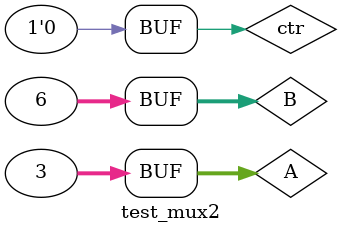
<source format=v>
module test_mux2();
   reg [31:0] A,B;
   reg ctr;
   wire [31:0] Result;
  
mux2 #(.WIDTH(32)) mux2(ctr,A,B,Result);
   initial
   begin
   A = 32'b1;
   B = 32'b10;
   ctr = 1'b1;
   #10 A = 32'b11;
    B = 32'b110;
   ctr = 1'b0;
   end
   
endmodule

</source>
